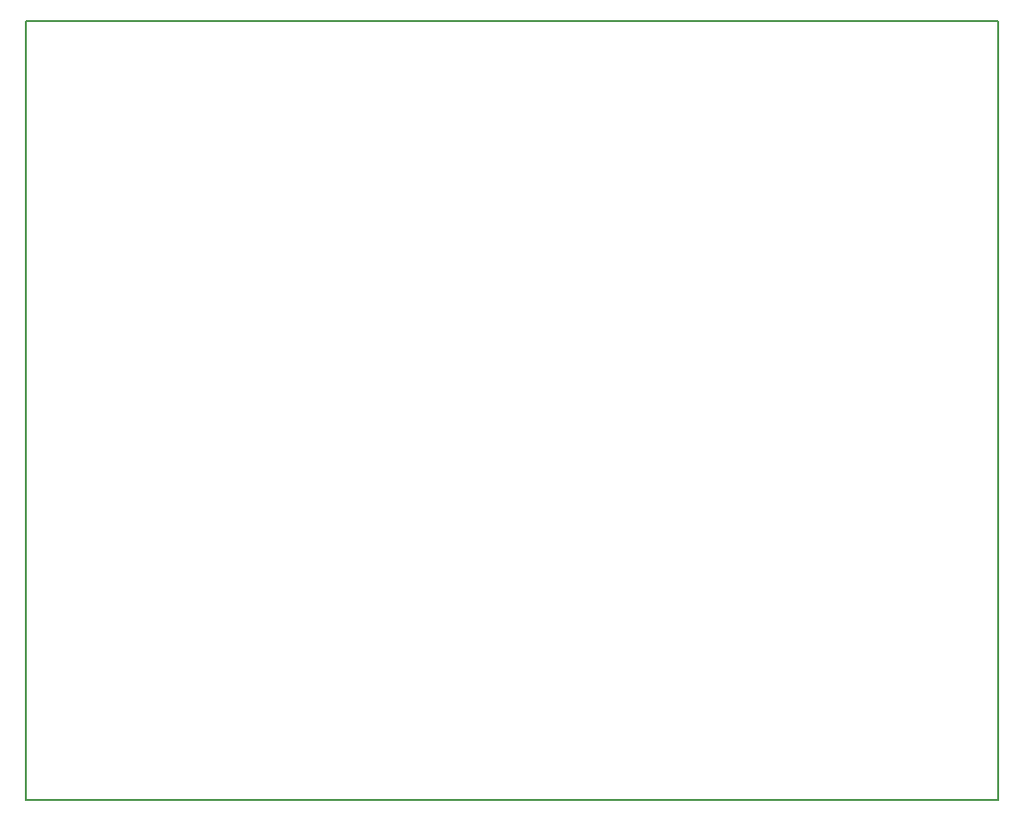
<source format=gbo>
G04 MADE WITH FRITZING*
G04 WWW.FRITZING.ORG*
G04 DOUBLE SIDED*
G04 HOLES PLATED*
G04 CONTOUR ON CENTER OF CONTOUR VECTOR*
%ASAXBY*%
%FSLAX23Y23*%
%MOIN*%
%OFA0B0*%
%SFA1.0B1.0*%
%ADD10R,3.393700X2.724410X3.377700X2.708410*%
%ADD11C,0.008000*%
%LNSILK0*%
G90*
G70*
G54D11*
X4Y2720D02*
X3390Y2720D01*
X3390Y4D01*
X4Y4D01*
X4Y2720D01*
D02*
G04 End of Silk0*
M02*
</source>
